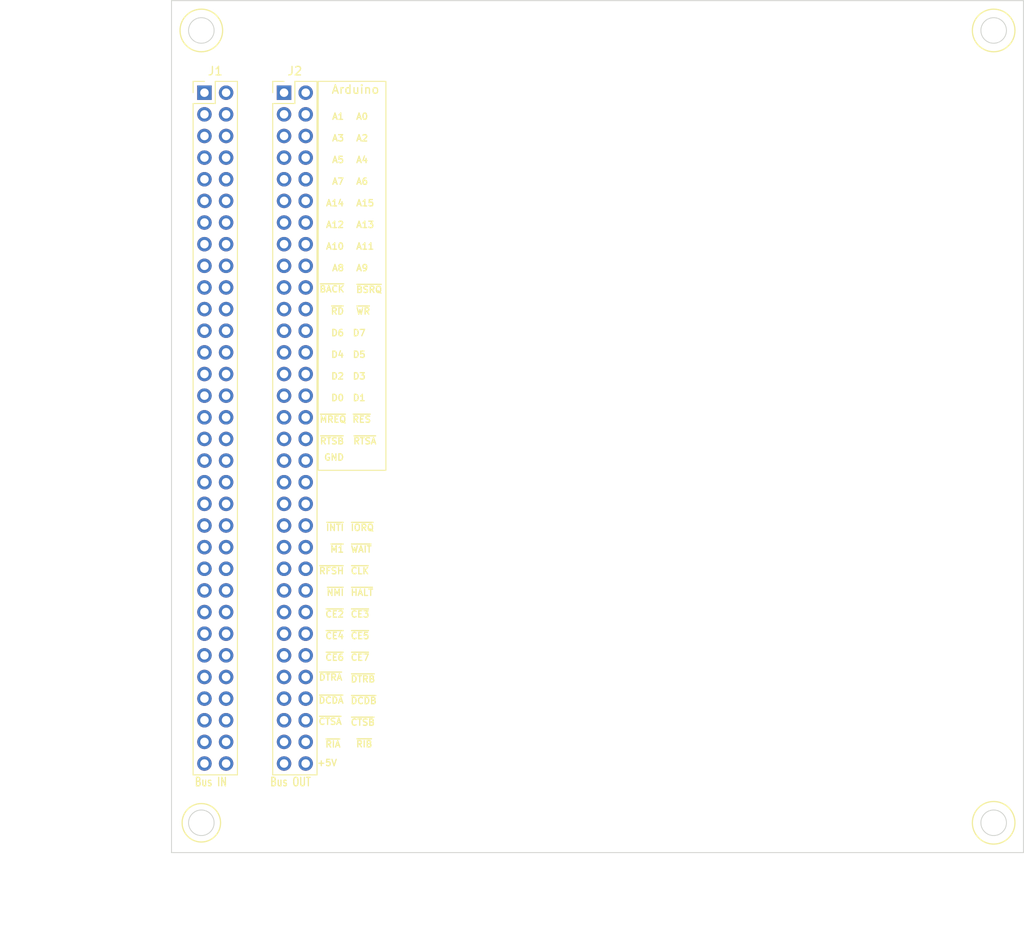
<source format=kicad_pcb>
(kicad_pcb (version 20211014) (generator pcbnew)
  (layers (0 "F.Cu" signal) (31 "B.Cu" signal) (34 "B.Paste" user) (35 "F.Paste" user) (36 "B.SilkS" user "B.Silkscreen") (37 "F.SilkS" user "F.Silkscreen") (38 "B.Mask" user) (39 "F.Mask" user) (44 "Edge.Cuts" user))
  (net 0 "")
  (net 1 "+5V")
  (net 2 "GND")
  (net 3 "/A0")
  (net 4 "/~{RES}")
  (net 5 "/D7")
  (net 6 "/D6")
  (net 7 "/D5")
  (net 8 "/D4")
  (net 9 "/D3")
  (net 10 "/D2")
  (net 11 "/D1")
  (net 12 "/D0")
  (net 13 "/~{RD}")
  (net 14 "/~{INTI}")
  (net 15 "/~{CE2}")
  (net 16 "/~{CE3}")
  (net 17 "/~{CE4}")
  (net 18 "/~{CE5}")
  (net 19 "/~{CE6}")
  (net 20 "/~{CE7}")
  (net 21 "/~{WR}")
  (net 28 "/A1")
  (net 29 "/A3")
  (net 30 "/A2")
  (net 31 "/A5")
  (net 32 "/A4")
  (net 33 "/A7")
  (net 34 "/A6")
  (net 35 "/A14")
  (net 36 "/A15")
  (net 37 "/A12")
  (net 38 "/A13")
  (net 39 "/A10")
  (net 40 "/A11")
  (net 41 "/A8")
  (net 42 "/A9")
  (net 43 "/~{BUSACK}")
  (net 44 "/~{BUSRQ}")
  (net 45 "/~{MREQ}")
  (net 46 "/~{RTSB}")
  (net 47 "/~{RTSA}")
  (net 48 "/~{IORQ}")
  (net 49 "/~{M1}")
  (net 50 "/~{WAIT}")
  (net 51 "/~{RFSH}")
  (net 52 "/~{CLK}")
  (net 53 "/~{NMI}")
  (net 54 "/~{HALT}")
  (net 55 "/~{DTRA}")
  (net 56 "/~{DTRB}")
  (net 57 "/~{DCDA}")
  (net 58 "/~{DCDB}")
  (net 59 "/~{CTSA}")
  (net 60 "/~{CTSB}")
  (net 61 "/~{RIA}")
  (net 62 "/~{RIB}")
  (footprint "zx2022:PinHeader_2x32_P2.54mm_Vertical" (layer "F.Cu") (at 74.985 75.946)
    (fp_text reference "J1" (at 1.27 -2.54) (layer "F.SilkS"))
    (fp_text value "Bus in")
    (fp_line (start -1.33 80.07) (end 3.87 80.07) (layer "F.SilkS") (width 0.12))
    (fp_line (start 1.27 -1.33) (end 3.87 -1.33) (layer "F.SilkS") (width 0.12))
    (fp_line (start -1.33 0) (end -1.33 -1.33) (layer "F.SilkS") (width 0.12))
    (fp_line (start -1.33 1.27) (end -1.33 80.07) (layer "F.SilkS") (width 0.12))
    (fp_line (start -1.33 1.27) (end 1.27 1.27) (layer "F.SilkS") (width 0.12))
    (fp_line (start 3.87 -1.33) (end 3.87 80.07) (layer "F.SilkS") (width 0.12))
    (fp_line (start 1.27 1.27) (end 1.27 -1.33) (layer "F.SilkS") (width 0.12))
    (fp_line (start -1.33 -1.33) (end 0 -1.33) (layer "F.SilkS") (width 0.12))
    (pad "1" thru_hole rect locked (at 0 0) (size 1.7 1.7) (drill 1) (layers *.Cu *.Mask))
    (pad "2" thru_hole oval locked (at 2.54 0) (size 1.7 1.7) (drill 1) (layers *.Cu *.Mask))
    (pad "3" thru_hole oval locked (at 0 2.54) (size 1.7 1.7) (drill 1) (layers *.Cu *.Mask) (net 28 "/A1"))
    (pad "4" thru_hole oval locked (at 2.54 2.54) (size 1.7 1.7) (drill 1) (layers *.Cu *.Mask) (net 3 "/A0"))
    (pad "5" thru_hole oval locked (at 0 5.08) (size 1.7 1.7) (drill 1) (layers *.Cu *.Mask) (net 29 "/A3"))
    (pad "6" thru_hole oval locked (at 2.54 5.08) (size 1.7 1.7) (drill 1) (layers *.Cu *.Mask) (net 30 "/A2"))
    (pad "7" thru_hole oval locked (at 0 7.62) (size 1.7 1.7) (drill 1) (layers *.Cu *.Mask) (net 31 "/A5"))
    (pad "8" thru_hole oval locked (at 2.54 7.62) (size 1.7 1.7) (drill 1) (layers *.Cu *.Mask) (net 32 "/A4"))
    (pad "9" thru_hole oval locked (at 0 10.16) (size 1.7 1.7) (drill 1) (layers *.Cu *.Mask) (net 33 "/A7"))
    (pad "10" thru_hole oval locked (at 2.54 10.16) (size 1.7 1.7) (drill 1) (layers *.Cu *.Mask) (net 34 "/A6"))
    (pad "11" thru_hole oval locked (at 0 12.7) (size 1.7 1.7) (drill 1) (layers *.Cu *.Mask) (net 35 "/A14"))
    (pad "12" thru_hole oval locked (at 2.54 12.7) (size 1.7 1.7) (drill 1) (layers *.Cu *.Mask) (net 36 "/A15"))
    (pad "13" thru_hole oval locked (at 0 15.24) (size 1.7 1.7) (drill 1) (layers *.Cu *.Mask) (net 37 "/A12"))
    (pad "14" thru_hole oval locked (at 2.54 15.24) (size 1.7 1.7) (drill 1) (layers *.Cu *.Mask) (net 38 "/A13"))
    (pad "15" thru_hole oval locked (at 0 17.78) (size 1.7 1.7) (drill 1) (layers *.Cu *.Mask) (net 39 "/A10"))
    (pad "16" thru_hole oval locked (at 2.54 17.78) (size 1.7 1.7) (drill 1) (layers *.Cu *.Mask) (net 40 "/A11"))
    (pad "17" thru_hole oval locked (at 0 20.32) (size 1.7 1.7) (drill 1) (layers *.Cu *.Mask) (net 41 "/A8"))
    (pad "18" thru_hole oval locked (at 2.54 20.32) (size 1.7 1.7) (drill 1) (layers *.Cu *.Mask) (net 42 "/A9"))
    (pad "19" thru_hole oval locked (at 0 22.86) (size 1.7 1.7) (drill 1) (layers *.Cu *.Mask) (net 43 "/~{BUSACK}"))
    (pad "20" thru_hole oval locked (at 2.54 22.86) (size 1.7 1.7) (drill 1) (layers *.Cu *.Mask) (net 44 "/~{BUSRQ}"))
    (pad "21" thru_hole oval locked (at 0 25.4) (size 1.7 1.7) (drill 1) (layers *.Cu *.Mask) (net 13 "/~{RD}"))
    (pad "22" thru_hole oval locked (at 2.54 25.4) (size 1.7 1.7) (drill 1) (layers *.Cu *.Mask) (net 21 "/~{WR}"))
    (pad "23" thru_hole oval locked (at 0 27.94) (size 1.7 1.7) (drill 1) (layers *.Cu *.Mask) (net 6 "/D6"))
    (pad "24" thru_hole oval locked (at 2.54 27.94) (size 1.7 1.7) (drill 1) (layers *.Cu *.Mask) (net 5 "/D7"))
    (pad "25" thru_hole oval locked (at 0 30.48) (size 1.7 1.7) (drill 1) (layers *.Cu *.Mask) (net 8 "/D4"))
    (pad "26" thru_hole oval locked (at 2.54 30.48) (size 1.7 1.7) (drill 1) (layers *.Cu *.Mask) (net 7 "/D5"))
    (pad "27" thru_hole oval locked (at 0 33.02) (size 1.7 1.7) (drill 1) (layers *.Cu *.Mask) (net 10 "/D2"))
    (pad "28" thru_hole oval locked (at 2.54 33.02) (size 1.7 1.7) (drill 1) (layers *.Cu *.Mask) (net 9 "/D3"))
    (pad "29" thru_hole oval locked (at 0 35.56) (size 1.7 1.7) (drill 1) (layers *.Cu *.Mask) (net 12 "/D0"))
    (pad "30" thru_hole oval locked (at 2.54 35.56) (size 1.7 1.7) (drill 1) (layers *.Cu *.Mask) (net 11 "/D1"))
    (pad "31" thru_hole oval locked (at 0 38.1) (size 1.7 1.7) (drill 1) (layers *.Cu *.Mask) (net 45 "/~{MREQ}"))
    (pad "32" thru_hole oval locked (at 2.54 38.1) (size 1.7 1.7) (drill 1) (layers *.Cu *.Mask) (net 4 "/~{RES}"))
    (pad "33" thru_hole oval locked (at 0 40.64) (size 1.7 1.7) (drill 1) (layers *.Cu *.Mask) (net 46 "/~{RTSB}"))
    (pad "34" thru_hole oval locked (at 2.54 40.64) (size 1.7 1.7) (drill 1) (layers *.Cu *.Mask) (net 47 "/~{RTSA}"))
    (pad "35" thru_hole oval locked (at 0 43.18) (size 1.7 1.7) (drill 1) (layers *.Cu *.Mask) (net 2 "GND"))
    (pad "36" thru_hole oval locked (at 2.54 43.18) (size 1.7 1.7) (drill 1) (layers *.Cu *.Mask) (net 2 "GND"))
    (pad "37" thru_hole oval locked (at 0 45.72) (size 1.7 1.7) (drill 1) (layers *.Cu *.Mask))
    (pad "38" thru_hole oval locked (at 2.54 45.72) (size 1.7 1.7) (drill 1) (layers *.Cu *.Mask))
    (pad "39" thru_hole oval locked (at 0 48.26) (size 1.7 1.7) (drill 1) (layers *.Cu *.Mask))
    (pad "40" thru_hole oval locked (at 2.54 48.26) (size 1.7 1.7) (drill 1) (layers *.Cu *.Mask))
    (pad "41" thru_hole oval locked (at 0 50.8) (size 1.7 1.7) (drill 1) (layers *.Cu *.Mask) (net 14 "/~{INTI}"))
    (pad "42" thru_hole oval locked (at 2.54 50.8) (size 1.7 1.7) (drill 1) (layers *.Cu *.Mask) (net 48 "/~{IORQ}"))
    (pad "43" thru_hole oval locked (at 0 53.34) (size 1.7 1.7) (drill 1) (layers *.Cu *.Mask) (net 49 "/~{M1}"))
    (pad "44" thru_hole oval locked (at 2.54 53.34) (size 1.7 1.7) (drill 1) (layers *.Cu *.Mask) (net 50 "/~{WAIT}"))
    (pad "45" thru_hole oval locked (at 0 55.88) (size 1.7 1.7) (drill 1) (layers *.Cu *.Mask) (net 51 "/~{RFSH}"))
    (pad "46" thru_hole oval locked (at 2.54 55.88) (size 1.7 1.7) (drill 1) (layers *.Cu *.Mask) (net 52 "/~{CLK}"))
    (pad "47" thru_hole oval locked (at 0 58.42) (size 1.7 1.7) (drill 1) (layers *.Cu *.Mask) (net 53 "/~{NMI}"))
    (pad "48" thru_hole oval locked (at 2.54 58.42) (size 1.7 1.7) (drill 1) (layers *.Cu *.Mask) (net 54 "/~{HALT}"))
    (pad "49" thru_hole oval locked (at 0 60.96) (size 1.7 1.7) (drill 1) (layers *.Cu *.Mask) (net 15 "/~{CE2}"))
    (pad "50" thru_hole oval locked (at 2.54 60.96) (size 1.7 1.7) (drill 1) (layers *.Cu *.Mask) (net 16 "/~{CE3}"))
    (pad "51" thru_hole oval locked (at 0 63.5) (size 1.7 1.7) (drill 1) (layers *.Cu *.Mask) (net 17 "/~{CE4}"))
    (pad "52" thru_hole oval locked (at 2.54 63.5) (size 1.7 1.7) (drill 1) (layers *.Cu *.Mask) (net 18 "/~{CE5}"))
    (pad "53" thru_hole oval locked (at 0 66.04) (size 1.7 1.7) (drill 1) (layers *.Cu *.Mask) (net 19 "/~{CE6}"))
    (pad "54" thru_hole oval locked (at 2.54 66.04) (size 1.7 1.7) (drill 1) (layers *.Cu *.Mask) (net 20 "/~{CE7}"))
    (pad "55" thru_hole oval locked (at 0 68.58) (size 1.7 1.7) (drill 1) (layers *.Cu *.Mask) (net 55 "/~{DTRA}"))
    (pad "56" thru_hole oval locked (at 2.54 68.58) (size 1.7 1.7) (drill 1) (layers *.Cu *.Mask) (net 56 "/~{DTRB}"))
    (pad "57" thru_hole oval locked (at 0 71.12) (size 1.7 1.7) (drill 1) (layers *.Cu *.Mask) (net 57 "/~{DCDA}"))
    (pad "58" thru_hole oval locked (at 2.54 71.12) (size 1.7 1.7) (drill 1) (layers *.Cu *.Mask) (net 58 "/~{DCDB}"))
    (pad "59" thru_hole oval locked (at 0 73.66) (size 1.7 1.7) (drill 1) (layers *.Cu *.Mask) (net 59 "/~{CTSA}"))
    (pad "60" thru_hole oval locked (at 2.54 73.66) (size 1.7 1.7) (drill 1) (layers *.Cu *.Mask) (net 60 "/~{CTSB}"))
    (pad "61" thru_hole oval locked (at 0 76.2) (size 1.7 1.7) (drill 1) (layers *.Cu *.Mask) (net 61 "/~{RIA}"))
    (pad "62" thru_hole oval locked (at 2.54 76.2) (size 1.7 1.7) (drill 1) (layers *.Cu *.Mask) (net 62 "/~{RIB}"))
    (pad "63" thru_hole oval locked (at 0 78.74) (size 1.7 1.7) (drill 1) (layers *.Cu *.Mask) (net 1 "+5V"))
    (pad "64" thru_hole oval locked (at 2.54 78.74) (size 1.7 1.7) (drill 1) (layers *.Cu *.Mask) (net 1 "+5V"))
  )
  (footprint "zx2022:PinHeader_2x32_P2.54mm_Vertical" (layer "F.Cu") (at 84.328 75.946)
    (fp_text reference "J2" (at 1.27 -2.54) (layer "F.SilkS"))
    (fp_text value "Bus out")
    (fp_line (start -1.33 1.27) (end -1.33 80.07) (layer "F.SilkS") (width 0.12))
    (fp_line (start -1.33 1.27) (end 1.27 1.27) (layer "F.SilkS") (width 0.12))
    (fp_line (start 1.27 -1.33) (end 3.87 -1.33) (layer "F.SilkS") (width 0.12))
    (fp_line (start -1.33 0) (end -1.33 -1.33) (layer "F.SilkS") (width 0.12))
    (fp_line (start 3.87 -1.33) (end 3.87 80.07) (layer "F.SilkS") (width 0.12))
    (fp_line (start -1.33 80.07) (end 3.87 80.07) (layer "F.SilkS") (width 0.12))
    (fp_line (start -1.33 -1.33) (end 0 -1.33) (layer "F.SilkS") (width 0.12))
    (fp_line (start 1.27 1.27) (end 1.27 -1.33) (layer "F.SilkS") (width 0.12))
    (pad "1" thru_hole rect locked (at 0 0) (size 1.7 1.7) (drill 1) (layers *.Cu *.Mask))
    (pad "2" thru_hole oval locked (at 2.54 0) (size 1.7 1.7) (drill 1) (layers *.Cu *.Mask))
    (pad "3" thru_hole oval locked (at 0 2.54) (size 1.7 1.7) (drill 1) (layers *.Cu *.Mask) (net 28 "/A1"))
    (pad "4" thru_hole oval locked (at 2.54 2.54) (size 1.7 1.7) (drill 1) (layers *.Cu *.Mask) (net 3 "/A0"))
    (pad "5" thru_hole oval locked (at 0 5.08) (size 1.7 1.7) (drill 1) (layers *.Cu *.Mask) (net 29 "/A3"))
    (pad "6" thru_hole oval locked (at 2.54 5.08) (size 1.7 1.7) (drill 1) (layers *.Cu *.Mask) (net 30 "/A2"))
    (pad "7" thru_hole oval locked (at 0 7.62) (size 1.7 1.7) (drill 1) (layers *.Cu *.Mask) (net 31 "/A5"))
    (pad "8" thru_hole oval locked (at 2.54 7.62) (size 1.7 1.7) (drill 1) (layers *.Cu *.Mask) (net 32 "/A4"))
    (pad "9" thru_hole oval locked (at 0 10.16) (size 1.7 1.7) (drill 1) (layers *.Cu *.Mask) (net 33 "/A7"))
    (pad "10" thru_hole oval locked (at 2.54 10.16) (size 1.7 1.7) (drill 1) (layers *.Cu *.Mask) (net 34 "/A6"))
    (pad "11" thru_hole oval locked (at 0 12.7) (size 1.7 1.7) (drill 1) (layers *.Cu *.Mask) (net 35 "/A14"))
    (pad "12" thru_hole oval locked (at 2.54 12.7) (size 1.7 1.7) (drill 1) (layers *.Cu *.Mask) (net 36 "/A15"))
    (pad "13" thru_hole oval locked (at 0 15.24) (size 1.7 1.7) (drill 1) (layers *.Cu *.Mask) (net 37 "/A12"))
    (pad "14" thru_hole oval locked (at 2.54 15.24) (size 1.7 1.7) (drill 1) (layers *.Cu *.Mask) (net 38 "/A13"))
    (pad "15" thru_hole oval locked (at 0 17.78) (size 1.7 1.7) (drill 1) (layers *.Cu *.Mask) (net 39 "/A10"))
    (pad "16" thru_hole oval locked (at 2.54 17.78) (size 1.7 1.7) (drill 1) (layers *.Cu *.Mask) (net 40 "/A11"))
    (pad "17" thru_hole oval locked (at 0 20.32) (size 1.7 1.7) (drill 1) (layers *.Cu *.Mask) (net 41 "/A8"))
    (pad "18" thru_hole oval locked (at 2.54 20.32) (size 1.7 1.7) (drill 1) (layers *.Cu *.Mask) (net 42 "/A9"))
    (pad "19" thru_hole oval locked (at 0 22.86) (size 1.7 1.7) (drill 1) (layers *.Cu *.Mask) (net 43 "/~{BUSACK}"))
    (pad "20" thru_hole oval locked (at 2.54 22.86) (size 1.7 1.7) (drill 1) (layers *.Cu *.Mask) (net 44 "/~{BUSRQ}"))
    (pad "21" thru_hole oval locked (at 0 25.4) (size 1.7 1.7) (drill 1) (layers *.Cu *.Mask) (net 13 "/~{RD}"))
    (pad "22" thru_hole oval locked (at 2.54 25.4) (size 1.7 1.7) (drill 1) (layers *.Cu *.Mask) (net 21 "/~{WR}"))
    (pad "23" thru_hole oval locked (at 0 27.94) (size 1.7 1.7) (drill 1) (layers *.Cu *.Mask) (net 6 "/D6"))
    (pad "24" thru_hole oval locked (at 2.54 27.94) (size 1.7 1.7) (drill 1) (layers *.Cu *.Mask) (net 5 "/D7"))
    (pad "25" thru_hole oval locked (at 0 30.48) (size 1.7 1.7) (drill 1) (layers *.Cu *.Mask) (net 8 "/D4"))
    (pad "26" thru_hole oval locked (at 2.54 30.48) (size 1.7 1.7) (drill 1) (layers *.Cu *.Mask) (net 7 "/D5"))
    (pad "27" thru_hole oval locked (at 0 33.02) (size 1.7 1.7) (drill 1) (layers *.Cu *.Mask) (net 10 "/D2"))
    (pad "28" thru_hole oval locked (at 2.54 33.02) (size 1.7 1.7) (drill 1) (layers *.Cu *.Mask) (net 9 "/D3"))
    (pad "29" thru_hole oval locked (at 0 35.56) (size 1.7 1.7) (drill 1) (layers *.Cu *.Mask) (net 12 "/D0"))
    (pad "30" thru_hole oval locked (at 2.54 35.56) (size 1.7 1.7) (drill 1) (layers *.Cu *.Mask) (net 11 "/D1"))
    (pad "31" thru_hole oval locked (at 0 38.1) (size 1.7 1.7) (drill 1) (layers *.Cu *.Mask) (net 45 "/~{MREQ}"))
    (pad "32" thru_hole oval locked (at 2.54 38.1) (size 1.7 1.7) (drill 1) (layers *.Cu *.Mask) (net 4 "/~{RES}"))
    (pad "33" thru_hole oval locked (at 0 40.64) (size 1.7 1.7) (drill 1) (layers *.Cu *.Mask) (net 46 "/~{RTSB}"))
    (pad "34" thru_hole oval locked (at 2.54 40.64) (size 1.7 1.7) (drill 1) (layers *.Cu *.Mask) (net 47 "/~{RTSA}"))
    (pad "35" thru_hole oval locked (at 0 43.18) (size 1.7 1.7) (drill 1) (layers *.Cu *.Mask) (net 2 "GND"))
    (pad "36" thru_hole oval locked (at 2.54 43.18) (size 1.7 1.7) (drill 1) (layers *.Cu *.Mask) (net 2 "GND"))
    (pad "37" thru_hole oval locked (at 0 45.72) (size 1.7 1.7) (drill 1) (layers *.Cu *.Mask))
    (pad "38" thru_hole oval locked (at 2.54 45.72) (size 1.7 1.7) (drill 1) (layers *.Cu *.Mask))
    (pad "39" thru_hole oval locked (at 0 48.26) (size 1.7 1.7) (drill 1) (layers *.Cu *.Mask))
    (pad "40" thru_hole oval locked (at 2.54 48.26) (size 1.7 1.7) (drill 1) (layers *.Cu *.Mask))
    (pad "41" thru_hole oval locked (at 0 50.8) (size 1.7 1.7) (drill 1) (layers *.Cu *.Mask) (net 14 "/~{INTI}"))
    (pad "42" thru_hole oval locked (at 2.54 50.8) (size 1.7 1.7) (drill 1) (layers *.Cu *.Mask) (net 48 "/~{IORQ}"))
    (pad "43" thru_hole oval locked (at 0 53.34) (size 1.7 1.7) (drill 1) (layers *.Cu *.Mask) (net 49 "/~{M1}"))
    (pad "44" thru_hole oval locked (at 2.54 53.34) (size 1.7 1.7) (drill 1) (layers *.Cu *.Mask) (net 50 "/~{WAIT}"))
    (pad "45" thru_hole oval locked (at 0 55.88) (size 1.7 1.7) (drill 1) (layers *.Cu *.Mask) (net 51 "/~{RFSH}"))
    (pad "46" thru_hole oval locked (at 2.54 55.88) (size 1.7 1.7) (drill 1) (layers *.Cu *.Mask) (net 52 "/~{CLK}"))
    (pad "47" thru_hole oval locked (at 0 58.42) (size 1.7 1.7) (drill 1) (layers *.Cu *.Mask) (net 53 "/~{NMI}"))
    (pad "48" thru_hole oval locked (at 2.54 58.42) (size 1.7 1.7) (drill 1) (layers *.Cu *.Mask) (net 54 "/~{HALT}"))
    (pad "49" thru_hole oval locked (at 0 60.96) (size 1.7 1.7) (drill 1) (layers *.Cu *.Mask) (net 15 "/~{CE2}"))
    (pad "50" thru_hole oval locked (at 2.54 60.96) (size 1.7 1.7) (drill 1) (layers *.Cu *.Mask) (net 16 "/~{CE3}"))
    (pad "51" thru_hole oval locked (at 0 63.5) (size 1.7 1.7) (drill 1) (layers *.Cu *.Mask) (net 17 "/~{CE4}"))
    (pad "52" thru_hole oval locked (at 2.54 63.5) (size 1.7 1.7) (drill 1) (layers *.Cu *.Mask) (net 18 "/~{CE5}"))
    (pad "53" thru_hole oval locked (at 0 66.04) (size 1.7 1.7) (drill 1) (layers *.Cu *.Mask) (net 19 "/~{CE6}"))
    (pad "54" thru_hole oval locked (at 2.54 66.04) (size 1.7 1.7) (drill 1) (layers *.Cu *.Mask) (net 20 "/~{CE7}"))
    (pad "55" thru_hole oval locked (at 0 68.58) (size 1.7 1.7) (drill 1) (layers *.Cu *.Mask) (net 55 "/~{DTRA}"))
    (pad "56" thru_hole oval locked (at 2.54 68.58) (size 1.7 1.7) (drill 1) (layers *.Cu *.Mask) (net 56 "/~{DTRB}"))
    (pad "57" thru_hole oval locked (at 0 71.12) (size 1.7 1.7) (drill 1) (layers *.Cu *.Mask) (net 57 "/~{DCDA}"))
    (pad "58" thru_hole oval locked (at 2.54 71.12) (size 1.7 1.7) (drill 1) (layers *.Cu *.Mask) (net 58 "/~{DCDB}"))
    (pad "59" thru_hole oval locked (at 0 73.66) (size 1.7 1.7) (drill 1) (layers *.Cu *.Mask) (net 59 "/~{CTSA}"))
    (pad "60" thru_hole oval locked (at 2.54 73.66) (size 1.7 1.7) (drill 1) (layers *.Cu *.Mask) (net 60 "/~{CTSB}"))
    (pad "61" thru_hole oval locked (at 0 76.2) (size 1.7 1.7) (drill 1) (layers *.Cu *.Mask) (net 61 "/~{RIA}"))
    (pad "62" thru_hole oval locked (at 2.54 76.2) (size 1.7 1.7) (drill 1) (layers *.Cu *.Mask) (net 62 "/~{RIB}"))
    (pad "63" thru_hole oval locked (at 0 78.74) (size 1.7 1.7) (drill 1) (layers *.Cu *.Mask) (net 1 "+5V"))
    (pad "64" thru_hole oval locked (at 2.54 78.74) (size 1.7 1.7) (drill 1) (layers *.Cu *.Mask) (net 1 "+5V"))
  )
  (gr_circle locked (center 167.62 68.640999) (end 169.12 70.640999) (layer "F.SilkS") (width 0.15) (fill none))
  (gr_rect locked (start 88.342 74.614) (end 96.282 120.269) (layer "F.SilkS") (width 0.12) (fill none))
  (gr_circle locked (center 74.62 161.640999) (end 75.583 163.681999) (layer "F.SilkS") (width 0.15) (fill none))
  (gr_circle locked (center 167.62 161.640999) (end 170.12 161.640999) (layer "F.SilkS") (width 0.15) (fill none))
  (gr_circle locked (center 74.62 68.640999) (end 77.12 68.640999) (layer "F.SilkS") (width 0.15) (fill none))
  (gr_line locked (start 71.12 65.140999) (end 71.12 165.140999) (layer "Edge.Cuts") (width 0.1))
  (gr_circle locked (center 74.62 68.640999) (end 76.12 68.640999) (layer "Edge.Cuts") (width 0.1) (fill none))
  (gr_circle locked (center 167.62 68.640999) (end 169.12 68.640999) (layer "Edge.Cuts") (width 0.1) (fill none))
  (gr_circle locked (center 74.62 161.640999) (end 76.12 161.640999) (layer "Edge.Cuts") (width 0.1) (fill none))
  (gr_line locked (start 171.12 65.140999) (end 71.12 65.140999) (layer "Edge.Cuts") (width 0.1))
  (gr_circle locked (center 167.62 161.640999) (end 169.12 161.640999) (layer "Edge.Cuts") (width 0.1) (fill none))
  (gr_line locked (start 71.12 165.140999) (end 171.12 165.140999) (layer "Edge.Cuts") (width 0.1))
  (gr_line locked (start 171.12 165.140999) (end 171.12 65.140999) (layer "Edge.Cuts") (width 0.1))
  (gr_text "Bus OUT" (at 85.09 156.845) (layer "F.SilkS") (effects (font (size 1 0.75))))
  (gr_text "~{CE7}" (at 92.075 142.24) (layer "F.SilkS") (effects (font (size 0.75 0.75)) (justify left)))
  (gr_text "GND" (at 91.44 118.745) (layer "F.SilkS") (effects (font (size 0.75 0.75)) (justify right)))
  (gr_text "~{CLK}" (at 92.075 132.08) (layer "F.SilkS") (effects (font (size 0.75 0.75)) (justify left)))
  (gr_text "D7" (at 93.98 104.14) (layer "F.SilkS") (effects (font (size 0.75 0.75)) (justify right)))
  (gr_text "A10" (at 91.44 93.98) (layer "F.SilkS") (effects (font (size 0.75 0.75)) (justify right)))
  (gr_text "~{CE2}" (at 91.44 137.16) (layer "F.SilkS") (effects (font (size 0.75 0.75)) (justify right)))
  (gr_text "~{HALT}" (at 92.075 134.62) (layer "F.SilkS") (effects (font (size 0.75 0.75)) (justify left)))
  (gr_text "A3" (at 91.44 81.28) (layer "F.SilkS") (effects (font (size 0.75 0.75)) (justify right)))
  (gr_text "A15" (at 92.71 88.9) (layer "F.SilkS") (effects (font (size 0.75 0.75)) (justify left)))
  (gr_text "~{RIB}" (at 92.71 152.4) (layer "F.SilkS") (effects (font (size 0.75 0.75)) (justify left)))
  (gr_text "~{CTSB}" (at 92.075 149.86) (layer "F.SilkS") (effects (font (size 0.75 0.75)) (justify left)))
  (gr_text "D3\n" (at 93.98 109.22) (layer "F.SilkS") (effects (font (size 0.75 0.75)) (justify right)))
  (gr_text "Arduino" (at 92.71 75.565) (layer "F.SilkS") (effects (font (size 1 1))))
  (gr_text "+5V\n" (at 90.62 154.6) (layer "F.SilkS") (effects (font (size 0.75 0.75)) (justify right)))
  (gr_text "A4" (at 92.71 83.82) (layer "F.SilkS") (effects (font (size 0.75 0.75)) (justify left)))
  (gr_text "D2" (at 91.44 109.22) (layer "F.SilkS") (effects (font (size 0.75 0.75)) (justify right)))
  (gr_text "~{MREQ}" (at 91.7 114.3) (layer "F.SilkS") (effects (font (size 0.75 0.75)) (justify right)))
  (gr_text "~{BSRQ}" (at 92.71 99.06) (layer "F.SilkS") (effects (font (size 0.75 0.75)) (justify left)))
  (gr_text "~{CE4}" (at 91.44 139.7) (layer "F.SilkS") (effects (font (size 0.75 0.75)) (justify right)))
  (gr_text "~{INTI}" (at 91.44 127) (layer "F.SilkS") (effects (font (size 0.75 0.75)) (justify right)))
  (gr_text "~{RTSB}" (at 91.44 116.84) (layer "F.SilkS") (effects (font (size 0.75 0.75)) (justify right)))
  (gr_text "A13" (at 92.71 91.44) (layer "F.SilkS") (effects (font (size 0.75 0.75)) (justify left)))
  (gr_text "~{RFSH}" (at 91.44 132.08) (layer "F.SilkS") (effects (font (size 0.75 0.75)) (justify right)))
  (gr_text "~{RTSA}" (at 95.25 116.84) (layer "F.SilkS") (effects (font (size 0.75 0.75)) (justify right)))
  (gr_text "A1" (at 91.44 78.74) (layer "F.SilkS") (effects (font (size 0.75 0.75)) (justify right)))
  (gr_text "A0" (at 92.71 78.74) (layer "F.SilkS") (effects (font (size 0.75 0.75)) (justify left)))
  (gr_text "~{DCDB}" (at 92.075 147.32) (layer "F.SilkS") (effects (font (size 0.75 0.75)) (justify left)))
  (gr_text "A7" (at 91.44 86.36) (layer "F.SilkS") (effects (font (size 0.75 0.75)) (justify right)))
  (gr_text "D5" (at 93.98 106.68) (layer "F.SilkS") (effects (font (size 0.75 0.75)) (justify right)))
  (gr_text "A8" (at 91.44 96.52) (layer "F.SilkS") (effects (font (size 0.75 0.75)) (justify right)))
  (gr_text "A5" (at 91.44 83.82) (layer "F.SilkS") (effects (font (size 0.75 0.75)) (justify right)))
  (gr_text "A14" (at 91.44 88.9) (layer "F.SilkS") (effects (font (size 0.75 0.75)) (justify right)))
  (gr_text "~{IORQ}" (at 92.075 127) (layer "F.SilkS") (effects (font (size 0.75 0.75)) (justify left)))
  (gr_text "~{WR}" (at 92.71 101.6) (layer "F.SilkS") (effects (font (size 0.75 0.75)) (justify left)))
  (gr_text "~{DTRA}" (at 91.25 144.57) (layer "F.SilkS") (effects (font (size 0.75 0.75)) (justify right)))
  (gr_text "A2" (at 92.71 81.28) (layer "F.SilkS") (effects (font (size 0.75 0.75)) (justify left)))
  (gr_text "D4" (at 91.44 106.68) (layer "F.SilkS") (effects (font (size 0.75 0.75)) (justify right)))
  (gr_text "~{DTRB}" (at 92.075 144.78) (layer "F.SilkS") (effects (font (size 0.75 0.75)) (justify left)))
  (gr_text "D0" (at 91.44 111.76) (layer "F.SilkS") (effects (font (size 0.75 0.75)) (justify right)))
  (gr_text "~{DCDA}" (at 91.4 147.27) (layer "F.SilkS") (effects (font (size 0.75 0.75)) (justify right)))
  (gr_text "D6" (at 91.44 104.14) (layer "F.SilkS") (effects (font (size 0.75 0.75)) (justify right)))
  (gr_text "~{BACK}" (at 91.5 99) (layer "F.SilkS") (effects (font (size 0.75 0.75)) (justify right)))
  (gr_text "Bus IN" (at 75.747 156.845) (layer "F.SilkS") (effects (font (size 1 0.75))))
  (gr_text "~{CE5}" (at 92.075 139.7) (layer "F.SilkS") (effects (font (size 0.75 0.75)) (justify left)))
  (gr_text "~{CE3}" (at 92.075 137.16) (layer "F.SilkS") (effects (font (size 0.75 0.75)) (justify left)))
  (gr_text "A12" (at 91.44 91.44) (layer "F.SilkS") (effects (font (size 0.75 0.75)) (justify right)))
  (gr_text "~{WAIT}" (at 92.075 129.54) (layer "F.SilkS") (effects (font (size 0.75 0.75)) (justify left)))
  (gr_text "~{CTSA}" (at 91.18 149.76) (layer "F.SilkS") (effects (font (size 0.75 0.75)) (justify right)))
  (gr_text "~{RIA}" (at 91.04 152.42) (layer "F.SilkS") (effects (font (size 0.75 0.75)) (justify right)))
  (gr_text "~{RES}" (at 94.615 114.3) (layer "F.SilkS") (effects (font (size 0.75 0.75)) (justify right)))
  (gr_text "A9" (at 92.71 96.52) (layer "F.SilkS") (effects (font (size 0.75 0.75)) (justify left)))
  (gr_text "A11" (at 92.71 93.98) (layer "F.SilkS") (effects (font (size 0.75 0.75)) (justify left)))
  (gr_text "~{CE6}" (at 91.44 142.24) (layer "F.SilkS") (effects (font (size 0.75 0.75)) (justify right)))
  (gr_text "D1" (at 93.98 111.76) (layer "F.SilkS") (effects (font (size 0.75 0.75)) (justify right)))
  (gr_text "~{M1}" (at 91.44 129.54) (layer "F.SilkS") (effects (font (size 0.75 0.75)) (justify right)))
  (gr_text "~{RD}" (at 91.44 101.6) (layer "F.SilkS") (effects (font (size 0.75 0.75)) (justify right)))
  (gr_text "~{NMI}" (at 91.44 134.62) (layer "F.SilkS") (effects (font (size 0.75 0.75)) (justify right)))
  (gr_text "A6" (at 92.71 86.36) (layer "F.SilkS") (effects (font (size 0.75 0.75)) (justify left)))
)
</source>
